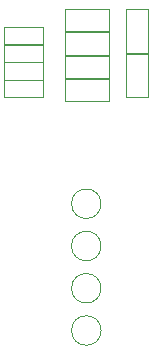
<source format=gbr>
G04 #@! TF.GenerationSoftware,KiCad,Pcbnew,(5.1.6)-1*
G04 #@! TF.CreationDate,2020-11-25T22:12:28-08:00*
G04 #@! TF.ProjectId,ortho_right,6f727468-6f5f-4726-9967-68742e6b6963,rev?*
G04 #@! TF.SameCoordinates,Original*
G04 #@! TF.FileFunction,Other,User*
%FSLAX46Y46*%
G04 Gerber Fmt 4.6, Leading zero omitted, Abs format (unit mm)*
G04 Created by KiCad (PCBNEW (5.1.6)-1) date 2020-11-25 22:12:28*
%MOMM*%
%LPD*%
G01*
G04 APERTURE LIST*
%ADD10C,0.050000*%
G04 APERTURE END LIST*
D10*
X216273700Y-102569432D02*
G75*
G03*
X216273700Y-102569432I-1250000J0D01*
G01*
X216273700Y-98992266D02*
G75*
G03*
X216273700Y-98992266I-1250000J0D01*
G01*
X216273700Y-106146600D02*
G75*
G03*
X216273700Y-106146600I-1250000J0D01*
G01*
X216273700Y-95415100D02*
G75*
G03*
X216273700Y-95415100I-1250000J0D01*
G01*
X208052400Y-83445600D02*
X211352400Y-83445600D01*
X208052400Y-84905600D02*
X208052400Y-83445600D01*
X211352400Y-84905600D02*
X208052400Y-84905600D01*
X211352400Y-83445600D02*
X211352400Y-84905600D01*
X208052400Y-84944200D02*
X211352400Y-84944200D01*
X208052400Y-86404200D02*
X208052400Y-84944200D01*
X211352400Y-86404200D02*
X208052400Y-86404200D01*
X211352400Y-84944200D02*
X211352400Y-86404200D01*
X208052400Y-81947000D02*
X211352400Y-81947000D01*
X208052400Y-83407000D02*
X208052400Y-81947000D01*
X211352400Y-83407000D02*
X208052400Y-83407000D01*
X211352400Y-81947000D02*
X211352400Y-83407000D01*
X208052400Y-80448400D02*
X211352400Y-80448400D01*
X208052400Y-81908400D02*
X208052400Y-80448400D01*
X211352400Y-81908400D02*
X208052400Y-81908400D01*
X211352400Y-80448400D02*
X211352400Y-81908400D01*
X220253600Y-78947400D02*
X220253600Y-82647400D01*
X218353600Y-78947400D02*
X220253600Y-78947400D01*
X218353600Y-82647400D02*
X218353600Y-78947400D01*
X220253600Y-82647400D02*
X218353600Y-82647400D01*
X218353600Y-86406600D02*
X218353600Y-82706600D01*
X220253600Y-86406600D02*
X218353600Y-86406600D01*
X220253600Y-82706600D02*
X220253600Y-86406600D01*
X218353600Y-82706600D02*
X220253600Y-82706600D01*
X216911800Y-82788800D02*
X213211800Y-82788800D01*
X216911800Y-80888800D02*
X216911800Y-82788800D01*
X213211800Y-80888800D02*
X216911800Y-80888800D01*
X213211800Y-82788800D02*
X213211800Y-80888800D01*
X216911800Y-84795400D02*
X213211800Y-84795400D01*
X216911800Y-82895400D02*
X216911800Y-84795400D01*
X213211800Y-82895400D02*
X216911800Y-82895400D01*
X213211800Y-84795400D02*
X213211800Y-82895400D01*
X216911800Y-80807600D02*
X213211800Y-80807600D01*
X216911800Y-78907600D02*
X216911800Y-80807600D01*
X213211800Y-78907600D02*
X216911800Y-78907600D01*
X213211800Y-80807600D02*
X213211800Y-78907600D01*
X216911800Y-86751200D02*
X213211800Y-86751200D01*
X216911800Y-84851200D02*
X216911800Y-86751200D01*
X213211800Y-84851200D02*
X216911800Y-84851200D01*
X213211800Y-86751200D02*
X213211800Y-84851200D01*
M02*

</source>
